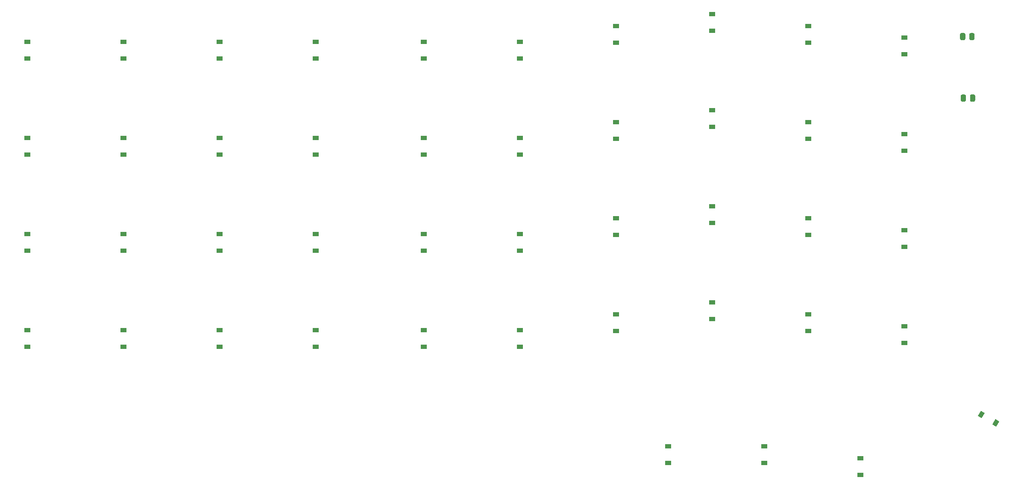
<source format=gbr>
%TF.GenerationSoftware,KiCad,Pcbnew,(5.1.9-0-10_14)*%
%TF.CreationDate,2021-04-10T22:10:23-05:00*%
%TF.ProjectId,wren-left,7772656e-2d6c-4656-9674-2e6b69636164,rev?*%
%TF.SameCoordinates,Original*%
%TF.FileFunction,Paste,Bot*%
%TF.FilePolarity,Positive*%
%FSLAX46Y46*%
G04 Gerber Fmt 4.6, Leading zero omitted, Abs format (unit mm)*
G04 Created by KiCad (PCBNEW (5.1.9-0-10_14)) date 2021-04-10 22:10:23*
%MOMM*%
%LPD*%
G01*
G04 APERTURE LIST*
%ADD10R,1.200000X0.900000*%
%ADD11C,0.100000*%
G04 APERTURE END LIST*
%TO.C,R2*%
G36*
G01*
X240773000Y-45523999D02*
X240773000Y-46424001D01*
G75*
G02*
X240523001Y-46674000I-249999J0D01*
G01*
X239997999Y-46674000D01*
G75*
G02*
X239748000Y-46424001I0J249999D01*
G01*
X239748000Y-45523999D01*
G75*
G02*
X239997999Y-45274000I249999J0D01*
G01*
X240523001Y-45274000D01*
G75*
G02*
X240773000Y-45523999I0J-249999D01*
G01*
G37*
G36*
G01*
X242598000Y-45523999D02*
X242598000Y-46424001D01*
G75*
G02*
X242348001Y-46674000I-249999J0D01*
G01*
X241822999Y-46674000D01*
G75*
G02*
X241573000Y-46424001I0J249999D01*
G01*
X241573000Y-45523999D01*
G75*
G02*
X241822999Y-45274000I249999J0D01*
G01*
X242348001Y-45274000D01*
G75*
G02*
X242598000Y-45523999I0J-249999D01*
G01*
G37*
%TD*%
%TO.C,R1*%
G36*
G01*
X240646000Y-33331999D02*
X240646000Y-34232001D01*
G75*
G02*
X240396001Y-34482000I-249999J0D01*
G01*
X239870999Y-34482000D01*
G75*
G02*
X239621000Y-34232001I0J249999D01*
G01*
X239621000Y-33331999D01*
G75*
G02*
X239870999Y-33082000I249999J0D01*
G01*
X240396001Y-33082000D01*
G75*
G02*
X240646000Y-33331999I0J-249999D01*
G01*
G37*
G36*
G01*
X242471000Y-33331999D02*
X242471000Y-34232001D01*
G75*
G02*
X242221001Y-34482000I-249999J0D01*
G01*
X241695999Y-34482000D01*
G75*
G02*
X241446000Y-34232001I0J249999D01*
G01*
X241446000Y-33331999D01*
G75*
G02*
X241695999Y-33082000I249999J0D01*
G01*
X242221001Y-33082000D01*
G75*
G02*
X242471000Y-33331999I0J-249999D01*
G01*
G37*
%TD*%
D10*
%TO.C,D44*%
X181768750Y-115031250D03*
X181768750Y-118331250D03*
%TD*%
%TO.C,D43*%
X200818750Y-115031250D03*
X200818750Y-118331250D03*
%TD*%
%TO.C,D42*%
X219868750Y-117412500D03*
X219868750Y-120712500D03*
%TD*%
D11*
%TO.C,D41*%
G36*
X244529519Y-108417885D02*
G01*
X243929519Y-109457115D01*
X243150097Y-109007115D01*
X243750097Y-107967885D01*
X244529519Y-108417885D01*
G37*
G36*
X247387403Y-110067885D02*
G01*
X246787403Y-111107115D01*
X246007981Y-110657115D01*
X246607981Y-109617885D01*
X247387403Y-110067885D01*
G37*
%TD*%
D10*
%TO.C,D40*%
X54768750Y-92012500D03*
X54768750Y-95312500D03*
%TD*%
%TO.C,D39*%
X73818750Y-92012500D03*
X73818750Y-95312500D03*
%TD*%
%TO.C,D38*%
X92868750Y-92012500D03*
X92868750Y-95312500D03*
%TD*%
%TO.C,D37*%
X111918750Y-92012500D03*
X111918750Y-95312500D03*
%TD*%
%TO.C,D36*%
X133350000Y-92012500D03*
X133350000Y-95312500D03*
%TD*%
%TO.C,D35*%
X152400000Y-92012500D03*
X152400000Y-95312500D03*
%TD*%
%TO.C,D34*%
X171450000Y-88837500D03*
X171450000Y-92137500D03*
%TD*%
%TO.C,D33*%
X190500000Y-86456250D03*
X190500000Y-89756250D03*
%TD*%
%TO.C,D32*%
X209550000Y-88837500D03*
X209550000Y-92137500D03*
%TD*%
%TO.C,D31*%
X228600000Y-91218750D03*
X228600000Y-94518750D03*
%TD*%
%TO.C,D30*%
X54768750Y-72962500D03*
X54768750Y-76262500D03*
%TD*%
%TO.C,D29*%
X73818750Y-72962500D03*
X73818750Y-76262500D03*
%TD*%
%TO.C,D28*%
X92868750Y-72962500D03*
X92868750Y-76262500D03*
%TD*%
%TO.C,D27*%
X111918750Y-72962500D03*
X111918750Y-76262500D03*
%TD*%
%TO.C,D26*%
X133350000Y-72962500D03*
X133350000Y-76262500D03*
%TD*%
%TO.C,D25*%
X152400000Y-72962500D03*
X152400000Y-76262500D03*
%TD*%
%TO.C,D24*%
X171450000Y-69787500D03*
X171450000Y-73087500D03*
%TD*%
%TO.C,D23*%
X190500000Y-67406250D03*
X190500000Y-70706250D03*
%TD*%
%TO.C,D22*%
X209550000Y-69787500D03*
X209550000Y-73087500D03*
%TD*%
%TO.C,D21*%
X228600000Y-72168750D03*
X228600000Y-75468750D03*
%TD*%
%TO.C,D20*%
X54768750Y-53912500D03*
X54768750Y-57212500D03*
%TD*%
%TO.C,D19*%
X73818750Y-53912500D03*
X73818750Y-57212500D03*
%TD*%
%TO.C,D18*%
X92868750Y-53912500D03*
X92868750Y-57212500D03*
%TD*%
%TO.C,D17*%
X111918750Y-53912500D03*
X111918750Y-57212500D03*
%TD*%
%TO.C,D16*%
X133350000Y-53912500D03*
X133350000Y-57212500D03*
%TD*%
%TO.C,D15*%
X152400000Y-53912500D03*
X152400000Y-57212500D03*
%TD*%
%TO.C,D14*%
X171450000Y-50737500D03*
X171450000Y-54037500D03*
%TD*%
%TO.C,D13*%
X190500000Y-48356250D03*
X190500000Y-51656250D03*
%TD*%
%TO.C,D12*%
X209550000Y-50737500D03*
X209550000Y-54037500D03*
%TD*%
%TO.C,D11*%
X228600000Y-53118750D03*
X228600000Y-56418750D03*
%TD*%
%TO.C,D10*%
X54768750Y-34862500D03*
X54768750Y-38162500D03*
%TD*%
%TO.C,D9*%
X73818750Y-34862500D03*
X73818750Y-38162500D03*
%TD*%
%TO.C,D8*%
X92868750Y-34862500D03*
X92868750Y-38162500D03*
%TD*%
%TO.C,D7*%
X111918750Y-34862500D03*
X111918750Y-38162500D03*
%TD*%
%TO.C,D6*%
X133350000Y-34862500D03*
X133350000Y-38162500D03*
%TD*%
%TO.C,D5*%
X152400000Y-34862500D03*
X152400000Y-38162500D03*
%TD*%
%TO.C,D4*%
X171450000Y-31687500D03*
X171450000Y-34987500D03*
%TD*%
%TO.C,D3*%
X190500000Y-29306250D03*
X190500000Y-32606250D03*
%TD*%
%TO.C,D2*%
X209550000Y-31687500D03*
X209550000Y-34987500D03*
%TD*%
%TO.C,D1*%
X228600000Y-34006250D03*
X228600000Y-37306250D03*
%TD*%
M02*

</source>
